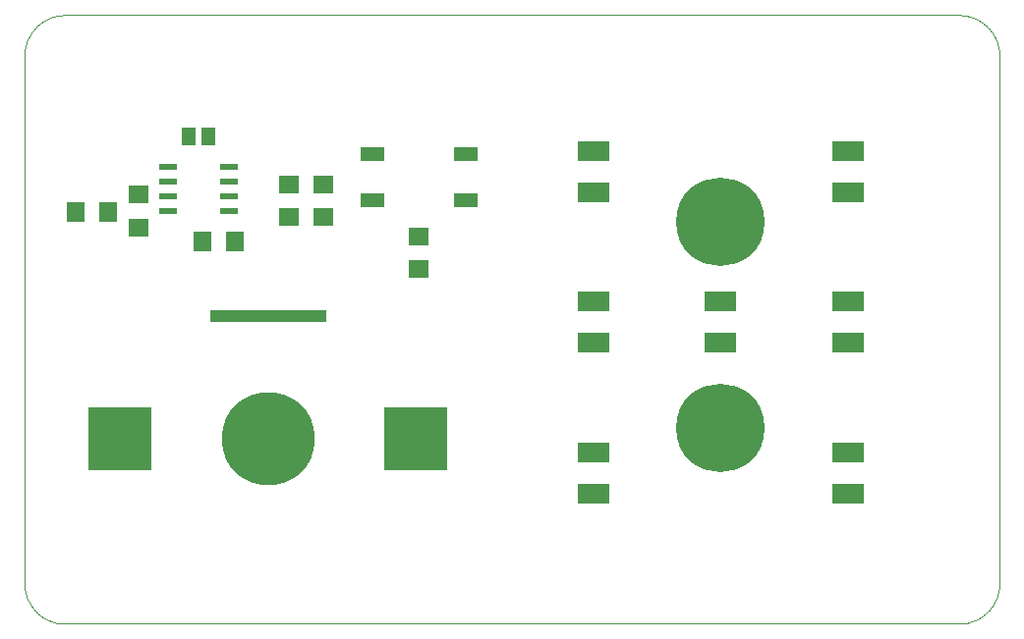
<source format=gbp>
G75*
%MOIN*%
%OFA0B0*%
%FSLAX25Y25*%
%IPPOS*%
%LPD*%
%AMOC8*
5,1,8,0,0,1.08239X$1,22.5*
%
%ADD10C,0.00000*%
%ADD11R,0.21654X0.21654*%
%ADD12C,0.31496*%
%ADD13R,0.39370X0.03937*%
%ADD14R,0.05118X0.05906*%
%ADD15R,0.11000X0.07000*%
%ADD16R,0.06299X0.02362*%
%ADD17R,0.06299X0.07098*%
%ADD18R,0.07098X0.06299*%
%ADD19R,0.07874X0.05000*%
%ADD20C,0.30000*%
D10*
X0076833Y0043663D02*
X0076833Y0222797D01*
X0076837Y0223130D01*
X0076849Y0223463D01*
X0076869Y0223795D01*
X0076897Y0224127D01*
X0076933Y0224458D01*
X0076978Y0224788D01*
X0077030Y0225117D01*
X0077090Y0225445D01*
X0077158Y0225771D01*
X0077233Y0226095D01*
X0077317Y0226417D01*
X0077408Y0226737D01*
X0077507Y0227055D01*
X0077614Y0227371D01*
X0077728Y0227683D01*
X0077850Y0227993D01*
X0077980Y0228300D01*
X0078116Y0228604D01*
X0078260Y0228904D01*
X0078411Y0229201D01*
X0078570Y0229494D01*
X0078735Y0229783D01*
X0078907Y0230068D01*
X0079086Y0230349D01*
X0079272Y0230625D01*
X0079465Y0230897D01*
X0079664Y0231164D01*
X0079869Y0231426D01*
X0080081Y0231683D01*
X0080299Y0231935D01*
X0080522Y0232181D01*
X0080752Y0232422D01*
X0080988Y0232658D01*
X0081229Y0232888D01*
X0081475Y0233111D01*
X0081727Y0233329D01*
X0081984Y0233541D01*
X0082246Y0233746D01*
X0082513Y0233945D01*
X0082785Y0234138D01*
X0083061Y0234324D01*
X0083342Y0234503D01*
X0083627Y0234675D01*
X0083916Y0234840D01*
X0084209Y0234999D01*
X0084506Y0235150D01*
X0084806Y0235294D01*
X0085110Y0235430D01*
X0085417Y0235560D01*
X0085727Y0235682D01*
X0086039Y0235796D01*
X0086355Y0235903D01*
X0086673Y0236002D01*
X0086993Y0236093D01*
X0087315Y0236177D01*
X0087639Y0236252D01*
X0087965Y0236320D01*
X0088293Y0236380D01*
X0088622Y0236432D01*
X0088952Y0236477D01*
X0089283Y0236513D01*
X0089615Y0236541D01*
X0089947Y0236561D01*
X0090280Y0236573D01*
X0090613Y0236577D01*
X0090613Y0236576D02*
X0393762Y0236576D01*
X0393762Y0236577D02*
X0394095Y0236573D01*
X0394428Y0236561D01*
X0394760Y0236541D01*
X0395092Y0236513D01*
X0395423Y0236477D01*
X0395753Y0236432D01*
X0396082Y0236380D01*
X0396410Y0236320D01*
X0396736Y0236252D01*
X0397060Y0236177D01*
X0397382Y0236093D01*
X0397702Y0236002D01*
X0398020Y0235903D01*
X0398336Y0235796D01*
X0398648Y0235682D01*
X0398958Y0235560D01*
X0399265Y0235430D01*
X0399569Y0235294D01*
X0399869Y0235150D01*
X0400166Y0234999D01*
X0400459Y0234840D01*
X0400748Y0234675D01*
X0401033Y0234503D01*
X0401314Y0234324D01*
X0401590Y0234138D01*
X0401862Y0233945D01*
X0402129Y0233746D01*
X0402391Y0233541D01*
X0402648Y0233329D01*
X0402900Y0233111D01*
X0403146Y0232888D01*
X0403387Y0232658D01*
X0403623Y0232422D01*
X0403853Y0232181D01*
X0404076Y0231935D01*
X0404294Y0231683D01*
X0404506Y0231426D01*
X0404711Y0231164D01*
X0404910Y0230897D01*
X0405103Y0230625D01*
X0405289Y0230349D01*
X0405468Y0230068D01*
X0405640Y0229783D01*
X0405805Y0229494D01*
X0405964Y0229201D01*
X0406115Y0228904D01*
X0406259Y0228604D01*
X0406395Y0228300D01*
X0406525Y0227993D01*
X0406647Y0227683D01*
X0406761Y0227371D01*
X0406868Y0227055D01*
X0406967Y0226737D01*
X0407058Y0226417D01*
X0407142Y0226095D01*
X0407217Y0225771D01*
X0407285Y0225445D01*
X0407345Y0225117D01*
X0407397Y0224788D01*
X0407442Y0224458D01*
X0407478Y0224127D01*
X0407506Y0223795D01*
X0407526Y0223463D01*
X0407538Y0223130D01*
X0407542Y0222797D01*
X0407542Y0043663D01*
X0407538Y0043330D01*
X0407526Y0042997D01*
X0407506Y0042665D01*
X0407478Y0042333D01*
X0407442Y0042002D01*
X0407397Y0041672D01*
X0407345Y0041343D01*
X0407285Y0041015D01*
X0407217Y0040689D01*
X0407142Y0040365D01*
X0407058Y0040043D01*
X0406967Y0039723D01*
X0406868Y0039405D01*
X0406761Y0039089D01*
X0406647Y0038777D01*
X0406525Y0038467D01*
X0406395Y0038160D01*
X0406259Y0037856D01*
X0406115Y0037556D01*
X0405964Y0037259D01*
X0405805Y0036966D01*
X0405640Y0036677D01*
X0405468Y0036392D01*
X0405289Y0036111D01*
X0405103Y0035835D01*
X0404910Y0035563D01*
X0404711Y0035296D01*
X0404506Y0035034D01*
X0404294Y0034777D01*
X0404076Y0034525D01*
X0403853Y0034279D01*
X0403623Y0034038D01*
X0403387Y0033802D01*
X0403146Y0033572D01*
X0402900Y0033349D01*
X0402648Y0033131D01*
X0402391Y0032919D01*
X0402129Y0032714D01*
X0401862Y0032515D01*
X0401590Y0032322D01*
X0401314Y0032136D01*
X0401033Y0031957D01*
X0400748Y0031785D01*
X0400459Y0031620D01*
X0400166Y0031461D01*
X0399869Y0031310D01*
X0399569Y0031166D01*
X0399265Y0031030D01*
X0398958Y0030900D01*
X0398648Y0030778D01*
X0398336Y0030664D01*
X0398020Y0030557D01*
X0397702Y0030458D01*
X0397382Y0030367D01*
X0397060Y0030283D01*
X0396736Y0030208D01*
X0396410Y0030140D01*
X0396082Y0030080D01*
X0395753Y0030028D01*
X0395423Y0029983D01*
X0395092Y0029947D01*
X0394760Y0029919D01*
X0394428Y0029899D01*
X0394095Y0029887D01*
X0393762Y0029883D01*
X0090613Y0029883D01*
X0090280Y0029887D01*
X0089947Y0029899D01*
X0089615Y0029919D01*
X0089283Y0029947D01*
X0088952Y0029983D01*
X0088622Y0030028D01*
X0088293Y0030080D01*
X0087965Y0030140D01*
X0087639Y0030208D01*
X0087315Y0030283D01*
X0086993Y0030367D01*
X0086673Y0030458D01*
X0086355Y0030557D01*
X0086039Y0030664D01*
X0085727Y0030778D01*
X0085417Y0030900D01*
X0085110Y0031030D01*
X0084806Y0031166D01*
X0084506Y0031310D01*
X0084209Y0031461D01*
X0083916Y0031620D01*
X0083627Y0031785D01*
X0083342Y0031957D01*
X0083061Y0032136D01*
X0082785Y0032322D01*
X0082513Y0032515D01*
X0082246Y0032714D01*
X0081984Y0032919D01*
X0081727Y0033131D01*
X0081475Y0033349D01*
X0081229Y0033572D01*
X0080988Y0033802D01*
X0080752Y0034038D01*
X0080522Y0034279D01*
X0080299Y0034525D01*
X0080081Y0034777D01*
X0079869Y0035034D01*
X0079664Y0035296D01*
X0079465Y0035563D01*
X0079272Y0035835D01*
X0079086Y0036111D01*
X0078907Y0036392D01*
X0078735Y0036677D01*
X0078570Y0036966D01*
X0078411Y0037259D01*
X0078260Y0037556D01*
X0078116Y0037856D01*
X0077980Y0038160D01*
X0077850Y0038467D01*
X0077728Y0038777D01*
X0077614Y0039089D01*
X0077507Y0039405D01*
X0077408Y0039723D01*
X0077317Y0040043D01*
X0077233Y0040365D01*
X0077158Y0040689D01*
X0077090Y0041015D01*
X0077030Y0041343D01*
X0076978Y0041672D01*
X0076933Y0042002D01*
X0076897Y0042333D01*
X0076869Y0042665D01*
X0076849Y0042997D01*
X0076837Y0043330D01*
X0076833Y0043663D01*
D11*
X0109314Y0092875D03*
X0209707Y0092875D03*
D12*
X0159510Y0092875D03*
D13*
X0159510Y0134214D03*
D14*
X0139235Y0195238D03*
X0132542Y0195238D03*
D15*
X0269747Y0190427D03*
X0269747Y0176427D03*
X0269747Y0139246D03*
X0269747Y0125246D03*
X0313054Y0125246D03*
X0313054Y0139246D03*
X0356361Y0139246D03*
X0356361Y0125246D03*
X0356361Y0088064D03*
X0356361Y0074064D03*
X0269747Y0074064D03*
X0269747Y0088064D03*
X0356361Y0176427D03*
X0356361Y0190427D03*
D16*
X0146337Y0185021D03*
X0146337Y0180060D03*
X0146337Y0175060D03*
X0146337Y0170060D03*
X0125440Y0170021D03*
X0125440Y0175021D03*
X0125440Y0180021D03*
X0125440Y0185021D03*
D17*
X0105266Y0169647D03*
X0094070Y0169647D03*
X0137180Y0159805D03*
X0148377Y0159805D03*
D18*
X0166400Y0167986D03*
X0178211Y0167986D03*
X0178211Y0179183D03*
X0166400Y0179183D03*
X0210692Y0161466D03*
X0210692Y0150269D03*
X0115416Y0164442D03*
X0115416Y0175639D03*
D19*
X0194944Y0173584D03*
X0194944Y0189332D03*
X0226440Y0189332D03*
X0226440Y0173584D03*
D20*
X0313054Y0166458D03*
X0313054Y0096458D03*
M02*

</source>
